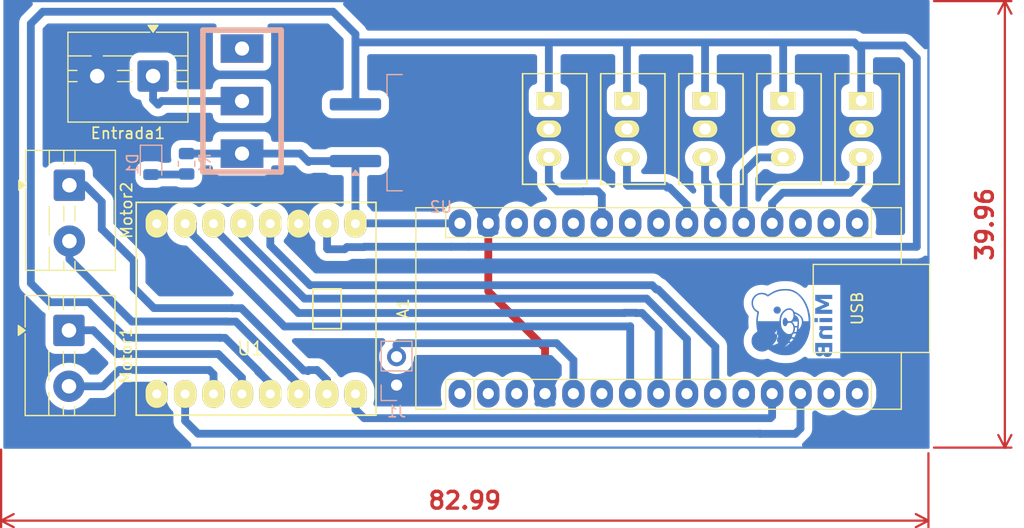
<source format=kicad_pcb>
(kicad_pcb (version 20241229) (generator "pcbnew") (generator_version "9.0")
  (layers (0 "F.Cu" signal) (2 "B.Cu" signal) (13 "F.Paste" user) (15 "B.Paste" user) (5 "F.SilkS" user "F.Silkscreen") (7 "B.SilkS" user "B.Silkscreen") (1 "F.Mask" user) (3 "B.Mask" user) (25 "Edge.Cuts" user))
  (net 0 "")
  (net 1 "Sh3")
  (net 4 "d2")
  (net 5 "+5V")
  (net 6 "PWMA")
  (net 8 "GND")
  (net 10 "Sh1")
  (net 15 "B2")
  (net 16 "B1")
  (net 18 "out1")
  (net 19 "A2")
  (net 23 "out2")
  (net 24 "PWMB")
  (net 28 "A1")
  (net 29 "Sh2")
  (net 30 "VCC")
  (net 31 "M1a")
  (net 32 "M1b")
  (net 33 "M2b")
  (net 34 "M2a")
  (net 35 "Net-(Entrada1-Pin_1)")
  (net 37 "Net-(D1-A)")
  (footprint "EESTN5:TB6612_Breakout" (layer "F.Cu") (at 95.45 84.13 180)
    (property "Reference" "U1")
    (property "Value" "TB6612_BREAKOUT")
  )
  (footprint "EESTN5:JST-3V" (layer "F.Cu") (at 135.63 68.04 -90)
    (property "Reference" "Sharp3" (hide yes))
    (property "Value" "Conn_01x03_Pin" (hide yes))
  )
  (footprint "TerminalBlock:TerminalBlock_MaiXu_MX126-5.0-02P_1x02_P5.00mm" (layer "F.Cu") (at 78.74 73.07 -90)
    (property "Reference" "Motor2")
    (property "Value" "Screw_Terminal_01x02" (hide yes))
  )
  (footprint "EESTN5:JST-3V" (layer "F.Cu") (at 121.65 68.04 -90)
    (property "Reference" "Sharp1" (hide yes))
    (property "Value" "Conn_01x03_Pin" (hide yes))
  )
  (footprint "EESTN5:JST-3V" (layer "F.Cu") (at 142.62 68.04 -90)
    (property "Reference" "sensorpiso2" (hide yes))
    (property "Value" "Conn_01x03_Pin" (hide yes))
  )
  (footprint "TerminalBlock:TerminalBlock_MaiXu_MX126-5.0-02P_1x02_P5.00mm" (layer "F.Cu") (at 86.23 63.3 180)
    (property "Reference" "Entrada1")
    (property "Value" "Screw_Terminal_01x02" (hide yes))
  )
  (footprint "Module:Arduino_Nano" (layer "F.Cu") (at 113.69 91.72 90)
    (property "Reference" "A1")
    (property "Value" "Arduino_Nano_Every")
  )
  (footprint "EESTN5:JST-3V" (layer "F.Cu") (at 149.61 68.04 -90)
    (property "Reference" "sensorpiso1" (hide yes))
    (property "Value" "Conn_01x03_Pin" (hide yes))
  )
  (footprint "EESTN5:JST-3V" (layer "F.Cu") (at 128.64 68.04 -90)
    (property "Reference" "Sharp2" (hide yes))
    (property "Value" "Conn_01x03_Pin" (hide yes))
  )
  (footprint "TerminalBlock:TerminalBlock_MaiXu_MX126-5.0-02P_1x02_P5.00mm" (layer "F.Cu") (at 78.7 86.065 -90)
    (property "Reference" "Motor1")
    (property "Value" "Screw_Terminal_01x02" (hide yes))
  )
  (footprint "Connector_PinHeader_2.54mm:PinHeader_1x02_P2.54mm_Vertical" (layer "B.Cu") (at 108.02 90.96)
    (property "Reference" "J1")
    (property "Value" "boton")
  )
  (footprint "osito:osito" (layer "B.Cu") (at 142.25 85.410316 -90)
    (property "Reference" "G***" (hide yes))
    (property "Value" "LOGO" (hide yes))
  )
  (footprint "EESTN5:SW_SPDT_TH_Vertical" (layer "B.Cu") (at 94.19 65.54)
    (property "Reference" "SW1" (hide yes))
    (property "Value" "SW_Nidec_CAS-120A1" (hide yes))
  )
  (footprint "Resistor_SMD:R_0805_2012Metric" (layer "B.Cu") (at 89.23 71.1525 90)
    (property "Reference" "R1")
    (property "Value" "R")
  )
  (footprint "Package_TO_SOT_SMD:TO-263-3_TabPin2" (layer "B.Cu") (at 111.99 68.37)
    (property "Reference" "U2")
    (property "Value" "LM7805_TO220")
  )
  (footprint "LED_SMD:LED_0805_2012Metric" (layer "B.Cu") (at 86.05 71.1775 -90)
    (property "Reference" "D1")
    (property "Value" "LED")
  )
  (gr_rect (start 72.93 56.595) (end 155.62 96.555) (stroke (width 0.2)) (fill no) (layer "B.Cu") (net 8))
  (gr_text "MinB" (at 147.27 82.69 90) (layer "B.Cu") (effects (font (size 1.5 1.5) (thickness 0.3) (bold yes)) (justify left bottom mirror)))
  (dimension (type orthogonal) (layer "F.Cu") (pts (xy 155.62 56.595) (xy 155.62 96.555)) (height 6.84) (orientation 1) (format (prefix "") (suffix "") (units 3) (units_format 0) (precision 4) (suppress_zeroes yes)) (style (thickness 0.2) (arrow_length 1.27) (text_position_mode 0) (arrow_direction outward) (extension_height 0.58642) (extension_offset 0.5) (keep_text_aligned yes)) (gr_text "39,96" (at 160.66 76.575 90) (layer "F.Cu") (effects (font (size 1.5 1.5) (thickness 0.3)))))
  (dimension (type orthogonal) (layer "F.Cu") (pts (xy 155.62 96.555) (xy 72.63 96.235)) (height 6.535) (orientation 0) (format (prefix "") (suffix "") (units 3) (units_format 0) (precision 4) (suppress_zeroes yes)) (style (thickness 0.2) (arrow_length 1.27) (text_position_mode 0) (arrow_direction outward) (extension_height 0.58642) (extension_offset 0.5) (keep_text_aligned yes)) (gr_text "82,99" (at 114.125 101.29 0) (layer "F.Cu") (effects (font (size 1.5 1.5) (thickness 0.3)))))
  (segment (start 135.889 74.619) (end 136.55 75.28) (width 0.7) (layer "B.Cu") (net 1))
  (segment (start 136.55 75.28) (end 136.55 76.48) (width 0.7) (layer "B.Cu") (net 1))
  (segment (start 135.63 70.58) (end 135.63 72.745) (width 0.7) (layer "B.Cu") (net 1))
  (segment (start 135.889 73.004) (end 135.889 74.619) (width 0.7) (layer "B.Cu") (net 1))
  (segment (start 135.63 72.745) (end 135.889 73.004) (width 0.7) (layer "B.Cu") (net 1))
  (segment (start 108.02 88.42) (end 108.02 87.36) (width 0.7) (layer "B.Cu") (net 4))
  (segment (start 122.34 87.21) (end 123.85 88.72) (width 0.7) (layer "B.Cu") (net 4))
  (segment (start 123.85 88.72) (end 123.85 91.72) (width 0.7) (layer "B.Cu") (net 4))
  (segment (start 108.17 87.21) (end 122.34 87.21) (width 0.7) (layer "B.Cu") (net 4))
  (segment (start 108.02 87.36) (end 108.17 87.21) (width 0.7) (layer "B.Cu") (net 4))
  (segment (start 153.4375 60.5675) (end 154.58 61.71) (width 0.7) (layer "B.Cu") (net 5))
  (segment (start 76.354 57.546) (end 75.29 58.61) (width 0.7) (layer "B.Cu") (net 5))
  (segment (start 104.34 60.29) (end 104.34 59.54) (width 0.7) (layer "B.Cu") (net 5))
  (segment (start 112.922291 78.58) (end 105.137709 78.58) (width 0.7) (layer "B.Cu") (net 5))
  (segment (start 96.72 90.814697) (end 96.72 91.75) (width 0.7) (layer "B.Cu") (net 5))
  (segment (start 142.475 60.29) (end 148.7 60.29) (width 0.7) (layer "B.Cu") (net 5))
  (segment (start 76.99 83.54) (end 80.49 83.54) (width 0.7) (layer "B.Cu") (net 5))
  (segment (start 95.631 89.688976) (end 95.631 89.725697) (width 0.7) (layer "B.Cu") (net 5))
  (segment (start 121.65 65.5) (end 121.65 60.415) (width 0.7) (layer "B.Cu") (net 5))
  (segment (start 135.675 60.29) (end 142.475 60.29) (width 0.7) (layer "B.Cu") (net 5))
  (segment (start 104.34 59.54) (end 102.346 57.546) (width 0.7) (layer "B.Cu") (net 5))
  (segment (start 75.29 81.84) (end 76.99 83.54) (width 0.7) (layer "B.Cu") (net 5))
  (segment (start 149.2625 60.5675) (end 153.4375 60.5675) (width 0.7) (layer "B.Cu") (net 5))
  (segment (start 105.106709 78.611) (end 103.573291 78.611) (width 0.7) (layer "B.Cu") (net 5))
  (segment (start 154.58 78.58) (end 114.457709 78.58) (width 0.7) (layer "B.Cu") (net 5))
  (segment (start 103.384291 78.8) (end 101.85 78.8) (width 0.7) (layer "B.Cu") (net 5))
  (segment (start 135.63 65.5) (end 135.63 60.335) (width 0.7) (layer "B.Cu") (net 5))
  (segment (start 101.85 78.8) (end 101.8 78.75) (width 0.7) (layer "B.Cu") (net 5))
  (segment (start 102.346 57.546) (end 76.354 57.546) (width 0.7) (layer "B.Cu") (net 5))
  (segment (start 121.775 60.29) (end 128.9 60.29) (width 0.7) (layer "B.Cu") (net 5))
  (segment (start 149.61 60.915) (end 149.61 65.5) (width 0.7) (layer "B.Cu") (net 5))
  (segment (start 114.457709 78.58) (end 114.456709 78.581) (width 0.7) (layer "B.Cu") (net 5))
  (segment (start 148.7 60.29) (end 148.985 60.29) (width 0.7) (layer "B.Cu") (net 5))
  (segment (start 75.29 58.61) (end 75.29 81.84) (width 0.7) (layer "B.Cu") (net 5))
  (segment (start 142.475 60.29) (end 142.62 60.435) (width 0.7) (layer "B.Cu") (net 5))
  (segment (start 128.9 60.29) (end 135.675 60.29) (width 0.7) (layer "B.Cu") (net 5))
  (segment (start 135.63 60.335) (end 135.675 60.29) (width 0.7) (layer "B.Cu") (net 5))
  (segment (start 148.985 60.29) (end 149.2625 60.5675) (width 0.7) (layer "B.Cu") (net 5))
  (segment (start 95.655876 89.785876) (end 95.691179 89.785876) (width 0.7) (layer "B.Cu") (net 5))
  (segment (start 95.631 89.725697) (end 95.940151 90.034849) (width 0.7) (layer "B.Cu") (net 5))
  (segment (start 149.2625 60.5675) (end 149.61 60.915) (width 0.7) (layer "B.Cu") (net 5))
  (segment (start 92.206976 86.729) (end 92.671024 86.729) (width 0.7) (layer "B.Cu") (net 5))
  (segment (start 114.456709 78.581) (end 112.923291 78.581) (width 0.7) (layer "B.Cu") (net 5))
  (segment (start 103.573291 78.611) (end 103.384291 78.8) (width 0.7) (layer "B.Cu") (net 5))
  (segment (start 104.34 65.83) (end 104.34 60.29) (width 0.7) (layer "B.Cu") (net 5))
  (segment (start 121.65 60.415) (end 121.775 60.29) (width 0.7) (layer "B.Cu") (net 5))
  (segment (start 142.62 60.435) (end 142.62 65.5) (width 0.7) (layer "B.Cu") (net 5))
  (segment (start 154.58 61.71) (end 154.58 78.58) (width 0.7) (layer "B.Cu") (net 5))
  (segment (start 92.671024 86.729) (end 95.631 89.688976) (width 0.7) (layer "B.Cu") (net 5))
  (segment (start 101.8 78.75) (end 101.8 76.51) (width 0.7) (layer "B.Cu") (net 5))
  (segment (start 80.49 83.54) (end 82.83 85.88) (width 0.7) (layer "B.Cu") (net 5))
  (segment (start 95.940151 90.034849) (end 96.72 90.814697) (width 0.7) (layer "B.Cu") (net 5))
  (segment (start 83.728976 86.721) (end 92.198976 86.721) (width 0.7) (layer "B.Cu") (net 5))
  (segment (start 104.34 60.29) (end 121.775 60.29) (width 0.7) (layer "B.Cu") (net 5))
  (segment (start 82.83 85.88) (end 82.887976 85.88) (width 0.7) (layer "B.Cu") (net 5))
  (segment (start 82.887976 85.88) (end 83.728976 86.721) (width 0.7) (layer "B.Cu") (net 5))
  (segment (start 128.64 65.5) (end 128.64 60.55) (width 0.7) (layer "B.Cu") (net 5))
  (segment (start 128.64 60.55) (end 128.9 60.29) (width 0.7) (layer "B.Cu") (net 5))
  (segment (start 112.923291 78.581) (end 112.922291 78.58) (width 0.7) (layer "B.Cu") (net 5))
  (segment (start 95.691179 89.785876) (end 95.940151 90.034849) (width 0.7) (layer "B.Cu") (net 5))
  (segment (start 92.198976 86.721) (end 92.206976 86.729) (width 0.7) (layer "B.Cu") (net 5))
  (segment (start 105.137709 78.58) (end 105.106709 78.611) (width 0.7) (layer "B.Cu") (net 5))
  (segment (start 141.63 93.77) (end 141.63 91.72) (width 0.7) (layer "B.Cu") (net 6))
  (segment (start 104.34 91.75) (end 104.34 93.14) (width 0.7) (layer "B.Cu") (net 6))
  (segment (start 141.48 93.92) (end 141.63 93.77) (width 0.7) (layer "B.Cu") (net 6))
  (segment (start 104.34 93.14) (end 105.12 93.92) (width 0.7) (layer "B.Cu") (net 6))
  (segment (start 105.12 93.92) (end 141.48 93.92) (width 0.7) (layer "B.Cu") (net 6))
  (segment (start 121.31 87.65) (end 116.23 82.57) (width 0.7) (layer "F.Cu") (net 8))
  (segment (start 121.31 91.72) (end 121.31 87.65) (width 0.7) (layer "F.Cu") (net 8))
  (segment (start 116.23 82.57) (end 116.23 76.48) (width 0.7) (layer "F.Cu") (net 8))
  (segment (start 124.69 73.61) (end 126.04 73.61) (width 0.7) (layer "B.Cu") (net 10))
  (segment (start 121.65 72.85) (end 122.425 73.625) (width 0.7) (layer "B.Cu") (net 10))
  (segment (start 122.425 73.625) (end 124.675 73.625) (width 0.7) (layer "B.Cu") (net 10))
  (segment (start 121.65 70.58) (end 121.65 72.85) (width 0.7) (layer "B.Cu") (net 10))
  (segment (start 126.04 73.61) (end 126.39 73.96) (width 0.7) (layer "B.Cu") (net 10))
  (segment (start 126.39 73.96) (end 126.39 76.48) (width 0.7) (layer "B.Cu") (net 10))
  (segment (start 124.675 73.625) (end 124.69 73.61) (width 0.7) (layer "B.Cu") (net 10))
  (segment (start 89.1 76.51) (end 89.789 76.51) (width 0.7) (layer "B.Cu") (net 15))
  (segment (start 90.881374 78.611) (end 97.980374 85.71) (width 0.7) (layer "B.Cu") (net 15))
  (segment (start 128.93 85.69) (end 128.93 91.72) (width 0.7) (layer "B.Cu") (net 15))
  (segment (start 97.980374 85.71) (end 128.91 85.71) (width 0.7) (layer "B.Cu") (net 15))
  (segment (start 128.91 85.71) (end 128.93 85.69) (width 0.7) (layer "B.Cu") (net 15))
  (segment (start 89.789 77.526709) (end 90.873291 78.611) (width 0.7) (layer "B.Cu") (net 15))
  (segment (start 90.873291 78.611) (end 90.881374 78.611) (width 0.7) (layer "B.Cu") (net 15))
  (segment (start 89.789 76.51) (end 89.789 77.526709) (width 0.7) (layer "B.Cu") (net 15))
  (segment (start 129.44747 84.509) (end 129.989 84.509) (width 0.7) (layer "B.Cu") (net 16))
  (segment (start 91.64 76.51) (end 91.64 76.92) (width 0.7) (layer "B.Cu") (net 16))
  (segment (start 129.427471 84.489001) (end 129.44747 84.509) (width 0.7) (layer "B.Cu") (net 16))
  (segment (start 129.989 84.509) (end 131.47 85.99) (width 0.7) (layer "B.Cu") (net 16))
  (segment (start 91.64 76.92) (end 99.229 84.509) (width 0.7) (layer "B.Cu") (net 16))
  (segment (start 128.41253 84.509) (end 128.43253 84.489) (width 0.7) (layer "B.Cu") (net 16))
  (segment (start 128.43253 84.489) (end 129.427471 84.489001) (width 0.7) (layer "B.Cu") (net 16))
  (segment (start 131.47 85.99) (end 131.47 91.72) (width 0.7) (layer "B.Cu") (net 16))
  (segment (start 99.229 84.509) (end 128.41253 84.509) (width 0.7) (layer "B.Cu") (net 16))
  (segment (start 141.63 76.48) (end 141.63 74.7) (width 0.7) (layer "B.Cu") (net 18))
  (segment (start 141.63 74.7) (end 142.58 73.75) (width 0.7) (layer "B.Cu") (net 18))
  (segment (start 148.64 73.75) (end 149.61 72.78) (width 0.7) (layer "B.Cu") (net 18))
  (segment (start 142.58 73.75) (end 148.64 73.75) (width 0.7) (layer "B.Cu") (net 18))
  (segment (start 149.61 72.78) (end 149.61 70.58) (width 0.7) (layer "B.Cu") (net 18))
  (segment (start 99.78153 83.22) (end 130.39847 83.22) (width 0.7) (layer "B.Cu") (net 19))
  (segment (start 94.19 77.62847) (end 99.78153 83.22) (width 0.7) (layer "B.Cu") (net 19))
  (segment (start 130.39847 83.22) (end 132.670999 85.492529) (width 0.7) (layer "B.Cu") (net 19))
  (segment (start 132.671 85.511) (end 134.01 86.85) (width 0.7) (layer "B.Cu") (net 19))
  (segment (start 132.670999 85.492529) (end 132.671 85.511) (width 0.7) (layer "B.Cu") (net 19))
  (segment (start 94.18 76.51) (end 94.19 76.52) (width 0.7) (layer "B.Cu") (net 19))
  (segment (start 134.01 86.85) (end 134.01 91.72) (width 0.7) (layer "B.Cu") (net 19))
  (segment (start 94.19 76.52) (end 94.19 77.62847) (width 0.7) (layer "B.Cu") (net 19))
  (segment (start 142.62 70.58) (end 140.42 70.58) (width 0.7) (layer "B.Cu") (net 23))
  (segment (start 140.42 70.58) (end 139.09 71.91) (width 0.7) (layer "B.Cu") (net 23))
  (segment (start 139.09 71.91) (end 139.09 76.48) (width 0.7) (layer "B.Cu") (net 23))
  (segment (start 143.7 95.32) (end 144.17 94.85) (width 0.7) (layer "B.Cu") (net 24))
  (segment (start 89.1 94.16) (end 90.25 95.31) (width 0.7) (layer "B.Cu") (net 24))
  (segment (start 89.1 91.75) (end 89.1 94.16) (width 0.7) (layer "B.Cu") (net 24))
  (segment (start 140.55 95.32) (end 143.7 95.32) (width 0.7) (layer "B.Cu") (net 24))
  (segment (start 90.25 95.31) (end 140.54 95.31) (width 0.7) (layer "B.Cu") (net 24))
  (segment (start 144.17 94.85) (end 144.17 91.72) (width 0.7) (layer "B.Cu") (net 24))
  (segment (start 140.54 95.31) (end 140.55 95.32) (width 0.7) (layer "B.Cu") (net 24))
  (segment (start 130.895941 82.019001) (end 131.27694 82.4) (width 0.7) (layer "B.Cu") (net 28))
  (segment (start 96.72 78.46) (end 100.279 82.019) (width 0.7) (layer "B.Cu") (net 28))
  (segment (start 131.27694 82.4) (end 131.43 82.4) (width 0.7) (layer "B.Cu") (net 28))
  (segment (start 96.72 76.51) (end 96.72 78.46) (width 0.7) (layer "B.Cu") (net 28))
  (segment (start 136.55 87.52) (end 136.55 91.72) (width 0.7) (layer "B.Cu") (net 28))
  (segment (start 131.43 82.4) (end 136.55 87.52) (width 0.7) (layer "B.Cu") (net 28))
  (segment (start 100.279 82.019) (end 130.895941 82.019001) (width 0.7) (layer "B.Cu") (net 28))
  (segment (start 132.1 73.125) (end 132.26 73.285) (width 0.7) (layer "B.Cu") (net 29))
  (segment (start 128.64 70.58) (end 128.64 73.065) (width 0.7) (layer "B.Cu") (net 29))
  (segment (start 128.64 73.065) (end 128.7 73.125) (width 0.7) (layer "B.Cu") (net 29))
  (segment (start 132.457976 73.285) (end 134.01 74.837024) (width 0.7) (layer "B.Cu") (net 29))
  (segment (start 128.7 73.125) (end 132.1 73.125) (width 0.7) (layer "B.Cu") (net 29))
  (segment (start 132.26 73.285) (end 132.457976 73.285) (width 0.7) (layer "B.Cu") (net 29))
  (segment (start 134.01 74.837024) (end 134.01 76.48) (width 0.7) (layer "B.Cu") (net 29))
  (segment (start 104.34 76.51) (end 104.34 70.91) (width 0.7) (layer "B.Cu") (net 30))
  (segment (start 100.15 70.99) (end 100.23 70.91) (width 0.7) (layer "B.Cu") (net 30))
  (segment (start 104.37 76.48) (end 104.34 76.51) (width 0.7) (layer "B.Cu") (net 30))
  (segment (start 100.23 70.91) (end 104.34 70.91) (width 0.7) (layer "B.Cu") (net 30))
  (segment (start 99.4 70.24) (end 100.15 70.99) (width 0.7) (layer "B.Cu") (net 30))
  (segment (start 113.69 76.48) (end 104.37 76.48) (width 0.7) (layer "B.Cu") (net 30))
  (segment (start 89.23 70.24) (end 94.19 70.24) (width 0.7) (layer "B.Cu") (net 30))
  (segment (start 94.19 70.24) (end 99.4 70.24) (width 0.7) (layer "B.Cu") (net 30))
  (segment (start 80.88 86.05) (end 83.01 88.18) (width 0.7) (layer "B.Cu") (net 31))
  (segment (start 83.01 88.18) (end 92.07 88.18) (width 0.7) (layer "B.Cu") (net 31))
  (segment (start 78.715 86.05) (end 80.88 86.05) (width 0.7) (layer "B.Cu") (net 31))
  (segment (start 78.7 86.065) (end 78.715 86.05) (width 0.7) (layer "B.Cu") (net 31))
  (segment (start 92.07 88.18) (end 94.18 90.29) (width 0.7) (layer "B.Cu") (net 31))
  (segment (start 94.18 90.29) (end 94.18 91.75) (width 0.7) (layer "B.Cu") (net 31))
  (segment (start 91.26 89.61) (end 83.2 89.61) (width 0.7) (layer "B.Cu") (net 32))
  (segment (start 91.64 89.99) (end 91.26 89.61) (width 0.7) (layer "B.Cu") (net 32))
  (segment (start 91.64 91.75) (end 91.64 89.99) (width 0.7) (layer "B.Cu") (net 32))
  (segment (start 81.745 91.065) (end 78.7 91.065) (width 0.7) (layer "B.Cu") (net 32))
  (segment (start 83.2 89.61) (end 81.745 91.065) (width 0.7) (layer "B.Cu") (net 32))
  (segment (start 93.635976 85.278) (end 98.543673 90.185697) (width 0.7) (layer "B.Cu") (net 33))
  (segment (start 78.74 79.68) (end 84.33 85.27) (width 0.7) (layer "B.Cu") (net 33))
  (segment (start 99.26 91.73) (end 99.26 91.75) (width 0.7) (layer "B.Cu") (net 33))
  (segment (start 99.27 90.912024) (end 99.27 91.72) (width 0.7) (layer "B.Cu") (net 33))
  (segment (start 84.33 85.27) (end 92.8 85.27) (width 0.7) (layer "B.Cu") (net 33))
  (segment (start 98.543673 90.213673) (end 98.557661 90.199685) (width 0.7) (layer "B.Cu") (net 33))
  (segment (start 78.74 78.07) (end 78.74 79.68) (width 0.7) (layer "B.Cu") (net 33))
  (segment (start 98.557661 90.199685) (end 99.27 90.912024) (width 0.7) (layer "B.Cu") (net 33))
  (segment (start 98.543673 90.185697) (end 98.543673 90.213673) (width 0.7) (layer "B.Cu") (net 33))
  (segment (start 99.27 91.72) (end 99.26 91.73) (width 0.7) (layer "B.Cu") (net 33))
  (segment (start 92.8 85.27) (end 92.808 85.278) (width 0.7) (layer "B.Cu") (net 33))
  (segment (start 92.808 85.278) (end 93.635976 85.278) (width 0.7) (layer "B.Cu") (net 33))
  (segment (start 100.085807 89.708097) (end 100.182904 89.611) (width 0.7) (layer "B.Cu") (net 34))
  (segment (start 81.653302 76.996698) (end 84.5 79.843396) (width 0.7) (layer "B.Cu") (net 34))
  (segment (start 81.637395 77.012605) (end 81.653302 76.996698) (width 0.7) (layer "B.Cu") (net 34))
  (segment (start 86.309 84.069) (end 93.297471 84.069001) (width 0.7) (layer "B.Cu") (net 34))
  (segment (start 80.145 73.07) (end 81.637395 74.562395) (width 0.7) (layer "B.Cu") (net 34))
  (segment (start 81.637395 74.562395) (end 81.637395 77.012605) (width 0.7) (layer "B.Cu") (net 34))
  (segment (start 94.133447 84.077001) (end 99.705446 89.649) (width 0.7) (layer "B.Cu") (net 34))
  (segment (start 84.5 82.26) (end 86.309 84.069) (width 0.7) (layer "B.Cu") (net 34))
  (segment (start 100.901 89.611) (end 101.8 90.51) (width 0.7) (layer "B.Cu") (net 34))
  (segment (start 93.297471 84.069001) (end 93.30547 84.077) (width 0.7) (layer "B.Cu") (net 34))
  (segment (start 99.705446 89.649) (end 100.026709 89.649) (width 0.7) (layer "B.Cu") (net 34))
  (segment (start 100.026709 89.649) (end 100.085807 89.708097) (width 0.7) (layer "B.Cu") (net 34))
  (segment (start 101.8 90.51) (end 101.8 91.75) (width 0.7) (layer "B.Cu") (net 34))
  (segment (start 84.5 79.843396) (end 84.5 82.26) (width 0.7) (layer "B.Cu") (net 34))
  (segment (start 100.182904 89.611) (end 100.901 89.611) (width 0.7) (layer "B.Cu") (net 34))
  (segment (start 78.74 73.07) (end 80.145 73.07) (width 0.7) (layer "B.Cu") (net 34))
  (segment (start 93.30547 84.077) (end 94.133447 84.077001) (width 0.7) (layer "B.Cu") (net 34))
  (segment (start 86.23 63.3) (end 86.23 65.41) (width 0.7) (layer "B.Cu") (net 35))
  (segment (start 86.23 65.41) (end 86.68 65.86) (width 0.7) (layer "B.Cu") (net 35))
  (segment (start 87 65.54) (end 94.19 65.54) (width 0.7) (layer "B.Cu") (net 35))
  (segment (start 86.68 65.86) (end 87 65.54) (width 0.7) (layer "B.Cu") (net 35))
  (segment (start 86.05 72.115) (end 89.18 72.115) (width 0.7) (layer "B.Cu") (net 37))
  (segment (start 89.18 72.115) (end 89.23 72.065) (width 0.7) (layer "B.Cu") (net 37))
  (zone (net 8) (net_name "GND") (layer "B.Cu") (connect_pads yes (clearance 0.7)) (min_thickness 0.5) (fill yes (thermal_gap 0.5) (thermal_bridge_width 0.5))
    (polygon (pts (xy 155.62 56.595) (xy 72.93 56.595) (xy 72.93 96.555) (xy 155.62 96.555)))
  )
)
</source>
